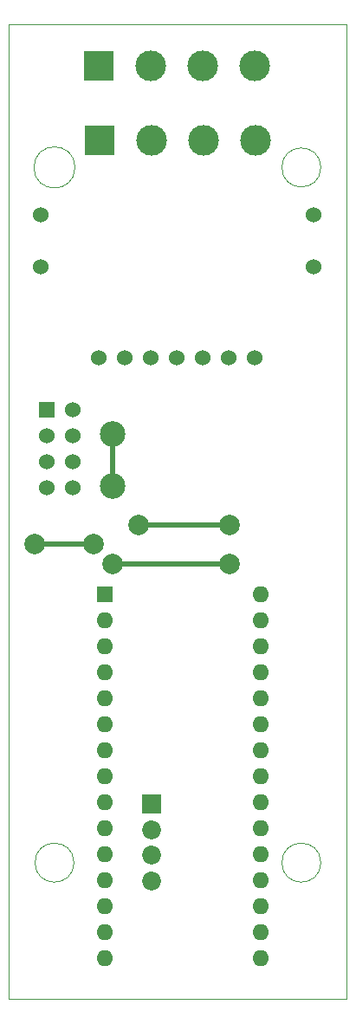
<source format=gbr>
G04 #@! TF.FileFunction,Copper,L1,Top*
%FSLAX46Y46*%
G04 Gerber Fmt 4.6, Leading zero omitted, Abs format (unit mm)*
G04 Created by KiCad (PCBNEW 4.0.7) date 10/21/18 23:34:25*
%MOMM*%
%LPD*%
G01*
G04 APERTURE LIST*
%ADD10C,0.100000*%
%ADD11C,3.000000*%
%ADD12R,3.000000X3.000000*%
%ADD13C,1.524000*%
%ADD14R,1.524000X1.524000*%
%ADD15R,1.600000X1.600000*%
%ADD16O,1.600000X1.600000*%
%ADD17R,1.850000X1.850000*%
%ADD18C,1.850000*%
%ADD19C,2.000000*%
%ADD20C,2.500000*%
%ADD21C,1.600000*%
%ADD22C,0.500000*%
G04 APERTURE END LIST*
D10*
X33020000Y0D02*
X0Y0D01*
X0Y95250000D02*
X33020000Y95250000D01*
X30480000Y81280000D02*
G75*
G03X30480000Y81280000I-1905000J0D01*
G01*
X6453046Y81280000D02*
G75*
G03X6453046Y81280000I-2008046J0D01*
G01*
X30480000Y13335000D02*
G75*
G03X30480000Y13335000I-1905000J0D01*
G01*
X6350000Y13335000D02*
G75*
G03X6350000Y13335000I-1905000J0D01*
G01*
X33020000Y95250000D02*
X33020000Y0D01*
X0Y0D02*
X0Y95250000D01*
D11*
X13881100Y91211400D03*
X18961100Y91211400D03*
D12*
X8801100Y91211400D03*
D11*
X24041100Y91211400D03*
D13*
X3086100Y71526400D03*
X3086100Y76606400D03*
X29756100Y76606400D03*
X29756100Y71526400D03*
D14*
X3721100Y57556400D03*
D13*
X6261100Y57556400D03*
X3721100Y55016400D03*
X6261100Y55016400D03*
X3721100Y52476400D03*
X6261100Y52476400D03*
X3721100Y49936400D03*
X6261100Y49936400D03*
X8801100Y62636400D03*
X11341100Y62636400D03*
X13881100Y62636400D03*
X16421100Y62636400D03*
X18961100Y62636400D03*
X21501100Y62636400D03*
X24041100Y62636400D03*
D15*
X9347200Y39547800D03*
D16*
X24587200Y6527800D03*
X9347200Y37007800D03*
X24587200Y9067800D03*
X9347200Y34467800D03*
X24587200Y11607800D03*
X9347200Y31927800D03*
X24587200Y14147800D03*
X9347200Y29387800D03*
X24587200Y16687800D03*
X9347200Y26847800D03*
X24587200Y19227800D03*
X9347200Y24307800D03*
X24587200Y21767800D03*
X9347200Y21767800D03*
X24587200Y24307800D03*
X9347200Y19227800D03*
X24587200Y26847800D03*
X9347200Y16687800D03*
X24587200Y29387800D03*
X9347200Y14147800D03*
X24587200Y31927800D03*
X9347200Y11607800D03*
X24587200Y34467800D03*
X9347200Y9067800D03*
X24587200Y37007800D03*
X9347200Y6527800D03*
X24587200Y39547800D03*
X9347200Y3987800D03*
X24587200Y3987800D03*
D11*
X13970000Y83929999D03*
X19050000Y83929999D03*
D12*
X8890000Y83929999D03*
D11*
X24130000Y83929999D03*
D17*
X13970000Y19050000D03*
D18*
X13970000Y16550000D03*
X13970000Y14050000D03*
X13970000Y11550000D03*
D19*
X21590000Y42545000D03*
X10160000Y42545000D03*
X2540000Y44450000D03*
X8255000Y44450000D03*
D20*
X10160000Y55245000D03*
X10160000Y50165000D03*
D19*
X21590000Y46355000D03*
X12700000Y46355000D03*
D21*
X8801100Y83908900D02*
X8890000Y83820000D01*
D22*
X10160000Y42545000D02*
X21590000Y42545000D01*
X2540000Y44450000D02*
X8255000Y44450000D01*
X10160000Y55245000D02*
X10160000Y50165000D01*
X21590000Y46355000D02*
X12700000Y46355000D01*
M02*

</source>
